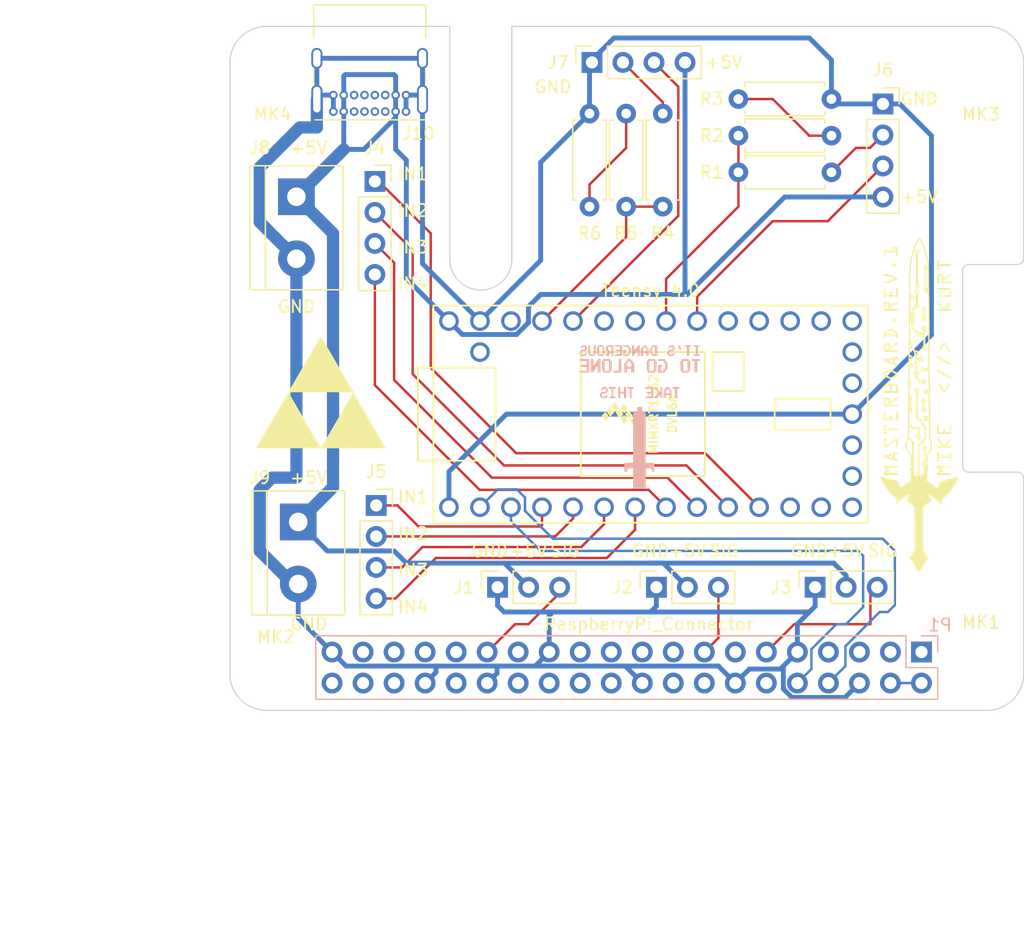
<source format=kicad_pcb>
(kicad_pcb (version 20211014) (generator pcbnew)
  (title_block (date "15 nov 2012"))
  (layers (0 "F.Cu" signal) (31 "B.Cu" signal) (34 "B.Paste" user) (35 "F.Paste" user) (36 "B.SilkS" user "B.Silkscreen") (37 "F.SilkS" user "F.Silkscreen") (38 "B.Mask" user) (39 "F.Mask" user) (44 "Edge.Cuts" user))
  (net 0 "")
  (net 1 "/IN1(MOTOR_LEFT)")
  (net 2 "+5V")
  (net 3 "GND")
  (net 4 "/ID_SD")
  (net 5 "/ID_SC")
  (net 6 "/GPIO5")
  (net 7 "/GPIO6")
  (net 8 "/GPIO26")
  (net 9 "/GPIO2(SDA1)")
  (net 10 "/GPIO3(SCL1)")
  (net 11 "/GPIO4(GCLK)")
  (net 12 "/GPIO17(GEN0)")
  (net 13 "/GPIO27(GEN2)")
  (net 14 "/GPIO22(GEN3)")
  (net 15 "/GPIO23(GEN4)")
  (net 16 "/GPIO24(GEN5)")
  (net 17 "/GPIO25(GEN6)")
  (net 18 "/GPIO18(GEN1)(PWM0)")
  (net 19 "/GPIO7(SPI1_CE_N)")
  (net 20 "/GPIO12(PWM0)")
  (net 21 "/GPIO13(PWM1)")
  (net 22 "/GPIO19(SPI1_MISO)")
  (net 23 "/GPIO16")
  (net 24 "/DO1")
  (net 25 "/DO2")
  (net 26 "/ADCCS")
  (net 27 "/ADCDIN")
  (net 28 "/ADCDOUT")
  (net 29 "/ADCCLK")
  (net 30 "/IN2(MOTOR_LEFT)")
  (net 40 "unconnected-(A1-Pad22)")
  (net 45 "/IN3(MOTOR_LEFT)")
  (net 46 "/IN4(MOTOR_LEFT)")
  (net 47 "Net-(P1-Pad1)")
  (net 48 "Net-(P1-Pad2)")
  (net 49 "/IN1(MOTOR_RIGHT)")
  (net 50 "/IN2(MOTOR_RIGHT)")
  (net 51 "/IN3(MOTOR_RIGHT)")
  (net 52 "/IN4(MOTOR_RIGHT)")
  (net 53 "/PI_to_Teensy")
  (net 54 "/Teensy_to_PI")
  (net 57 "Net-(R1-Pad1)")
  (net 58 "Net-(J7-Pad2)")
  (net 67 "Net-(R2-Pad2)")
  (net 68 "Net-(R5-Pad2)")
  (net 69 "/Ultrasonic_Left_Echo")
  (net 70 "/Ultrasonic_Front_Echo")
  (net 71 "/Ultrasonic_Front_Trig")
  (net 72 "/Ultrasonic_Left_Trig")
  (footprint "MountingHole:MountingHole_2.7mm_M2.5" (layer "F.Cu") (at 94.05 45.55 180)
    (fp_text reference "MK4" (at 0 -3.7) (layer "F.SilkS"))
    (fp_text value "M2.5")
    (pad "" np_thru_hole circle locked (at 0 0 180) (size 2.7 2.7) (drill 2.7) (layers *.Cu *.Mask))
  )
  (footprint "MountingHole:MountingHole_2.7mm_M2.5" (layer "F.Cu") (at 152.05 45.55 180)
    (fp_text reference "MK3" (at 0 -3.7) (layer "F.SilkS"))
    (fp_text value "M2.5")
    (pad "" np_thru_hole circle locked (at 0 0 180) (size 2.7 2.7) (drill 2.7) (layers *.Cu *.Mask))
  )
  (footprint "MountingHole:MountingHole_2.7mm_M2.5" (layer "F.Cu") (at 152.05 94.55)
    (fp_text reference "MK1" (at 0 -3.7) (layer "F.SilkS"))
    (fp_text value "M2.5")
    (pad "" np_thru_hole circle locked (at 0 0) (size 2.7 2.7) (drill 2.7) (layers *.Cu *.Mask))
  )
  (footprint "MountingHole:MountingHole_2.7mm_M2.5" (layer "F.Cu") (at 94.05 94.55)
    (fp_text reference "MK2" (at 0.276879 -2.5121) (layer "F.SilkS"))
    (fp_text value "M2.5")
    (pad "" np_thru_hole circle locked (at 0 0) (size 2.7 2.7) (drill 2.7) (layers *.Cu *.Mask))
  )
  (footprint "Connector_PinSocket_2.54mm:PinSocket_1x03_P2.54mm_Vertical" (layer "F.Cu") (at 112.475 87.975 90)
    (fp_text reference "J1" (at 0 -2.77 180) (layer "F.SilkS"))
    (fp_text value "Servo_BEEG")
    (pad "1" thru_hole rect (at 0 0 90) (size 1.7 1.7) (drill 1) (layers *.Cu *.Mask) (net 3 "GND"))
    (pad "2" thru_hole oval (at 0 2.54 90) (size 1.7 1.7) (drill 1) (layers *.Cu *.Mask) (net 2 "+5V"))
    (pad "3" thru_hole oval (at 0 5.08 90) (size 1.7 1.7) (drill 1) (layers *.Cu *.Mask) (net 6 "/GPIO5"))
  )
  (footprint "Other:Triforce" (layer "F.Cu") (at 98 72)
    (fp_text reference "Triforce" hide)
    (fp_text value "LOGO" hide)
  )
  (footprint "Connector_PinSocket_2.54mm:PinSocket_1x04_P2.54mm_Vertical" (layer "F.Cu") (at 102.535155 81.273009)
    (fp_text reference "J5" (at 0 -2.77) (layer "F.SilkS"))
    (fp_text value "Motor_Driver_Right")
    (pad "1" thru_hole rect (at 0 0) (size 1.7 1.7) (drill 1) (layers *.Cu *.Mask) (net 49 "/IN1(MOTOR_RIGHT)"))
    (pad "2" thru_hole oval (at 0 2.54) (size 1.7 1.7) (drill 1) (layers *.Cu *.Mask) (net 50 "/IN2(MOTOR_RIGHT)"))
    (pad "3" thru_hole oval (at 0 5.08) (size 1.7 1.7) (drill 1) (layers *.Cu *.Mask) (net 51 "/IN3(MOTOR_RIGHT)"))
    (pad "4" thru_hole oval (at 0 7.62) (size 1.7 1.7) (drill 1) (layers *.Cu *.Mask) (net 52 "/IN4(MOTOR_RIGHT)"))
  )
  (footprint "Resistor_THT:R_Axial_DIN0207_L6.3mm_D2.5mm_P7.62mm_Horizontal" (layer "F.Cu") (at 132.19 48)
    (fp_text reference "R3" (at -2.19 0) (layer "F.SilkS"))
    (fp_text value "1k")
    (pad "1" thru_hole circle (at 0 0) (size 1.6 1.6) (drill 0.8) (layers *.Cu *.Mask) (net 67 "Net-(R2-Pad2)"))
    (pad "2" thru_hole oval (at 7.62 0) (size 1.6 1.6) (drill 0.8) (layers *.Cu *.Mask) (net 3 "GND"))
  )
  (footprint "Resistor_THT:R_Axial_DIN0207_L6.3mm_D2.5mm_P7.62mm_Horizontal" (layer "F.Cu") (at 120 56.81 90)
    (fp_text reference "R6" (at -2.19 0 180) (layer "F.SilkS"))
    (fp_text value "1k")
    (pad "1" thru_hole circle (at 0 0 90) (size 1.6 1.6) (drill 0.8) (layers *.Cu *.Mask) (net 68 "Net-(R5-Pad2)"))
    (pad "2" thru_hole oval (at 7.62 0 90) (size 1.6 1.6) (drill 0.8) (layers *.Cu *.Mask) (net 3 "GND"))
  )
  (footprint "Connector_PinSocket_2.54mm:PinSocket_1x04_P2.54mm_Vertical" (layer "F.Cu") (at 120.2 45 90)
    (fp_text reference "J7" (at 0 -2.77 180) (layer "F.SilkS"))
    (fp_text value "Ultrasonic_Left")
    (pad "1" thru_hole rect (at 0 0 90) (size 1.7 1.7) (drill 1) (layers *.Cu *.Mask) (net 3 "GND"))
    (pad "2" thru_hole oval (at 0 2.54 90) (size 1.7 1.7) (drill 1) (layers *.Cu *.Mask) (net 58 "Net-(J7-Pad2)"))
    (pad "3" thru_hole oval (at 0 5.08 90) (size 1.7 1.7) (drill 1) (layers *.Cu *.Mask) (net 72 "/Ultrasonic_Left_Trig"))
    (pad "4" thru_hole oval (at 0 7.62 90) (size 1.7 1.7) (drill 1) (layers *.Cu *.Mask) (net 2 "+5V"))
  )
  (footprint "Connector_PinSocket_2.54mm:PinSocket_1x04_P2.54mm_Vertical" (layer "F.Cu") (at 144.025 48.4)
    (fp_text reference "J6" (at 0 -2.77) (layer "F.SilkS"))
    (fp_text value "Ultrasonic_Front")
    (pad "1" thru_hole rect (at 0 0) (size 1.7 1.7) (drill 1) (layers *.Cu *.Mask) (net 3 "GND"))
    (pad "2" thru_hole oval (at 0 2.54) (size 1.7 1.7) (drill 1) (layers *.Cu *.Mask) (net 57 "Net-(R1-Pad1)"))
    (pad "3" thru_hole oval (at 0 5.08) (size 1.7 1.7) (drill 1) (layers *.Cu *.Mask) (net 71 "/Ultrasonic_Front_Trig"))
    (pad "4" thru_hole oval (at 0 7.62) (size 1.7 1.7) (drill 1) (layers *.Cu *.Mask) (net 2 "+5V"))
  )
  (footprint "Resistor_THT:R_Axial_DIN0207_L6.3mm_D2.5mm_P7.62mm_Horizontal" (layer "F.Cu") (at 132.19 51)
    (fp_text reference "R2" (at -2.19 0) (layer "F.SilkS"))
    (fp_text value "1k")
    (pad "1" thru_hole circle (at 0 0) (size 1.6 1.6) (drill 0.8) (layers *.Cu *.Mask) (net 70 "/Ultrasonic_Front_Echo"))
    (pad "2" thru_hole oval (at 7.62 0) (size 1.6 1.6) (drill 0.8) (layers *.Cu *.Mask) (net 67 "Net-(R2-Pad2)"))
  )
  (footprint "Resistor_THT:R_Axial_DIN0207_L6.3mm_D2.5mm_P7.62mm_Horizontal" (layer "F.Cu") (at 123 56.81 90)
    (fp_text reference "R5" (at -2.19 0 180) (layer "F.SilkS"))
    (fp_text value "1k")
    (pad "1" thru_hole circle (at 0 0 90) (size 1.6 1.6) (drill 0.8) (layers *.Cu *.Mask) (net 69 "/Ultrasonic_Left_Echo"))
    (pad "2" thru_hole oval (at 7.62 0 90) (size 1.6 1.6) (drill 0.8) (layers *.Cu *.Mask) (net 68 "Net-(R5-Pad2)"))
  )
  (footprint "Resistor_THT:R_Axial_DIN0207_L6.3mm_D2.5mm_P7.62mm_Horizontal" (layer "F.Cu") (at 126 49.19 -90)
    (fp_text reference "R4" (at 9.81 0 180) (layer "F.SilkS"))
    (fp_text value "1k")
    (pad "1" thru_hole circle (at 0 0 270) (size 1.6 1.6) (drill 0.8) (layers *.Cu *.Mask) (net 58 "Net-(J7-Pad2)"))
    (pad "2" thru_hole oval (at 7.62 0 270) (size 1.6 1.6) (drill 0.8) (layers *.Cu *.Mask) (net 69 "/Ultrasonic_Left_Echo"))
  )
  (footprint "Connector_USB:USB_C_Receptacle_GCT_USB4085" (layer "F.Cu") (at 104.975 49.025 180)
    (fp_text reference "J10" (at -1.025 -1.8) (layer "F.SilkS"))
    (fp_text value "USB_C_Receptacle_USB2.0")
    (pad "A1" thru_hole circle (at 0 0 180) (size 0.7 0.7) (drill 0.4) (layers *.Cu *.Mask) (net 3 "GND"))
    (pad "A4" thru_hole circle (at 0.85 0 180) (size 0.7 0.7) (drill 0.4) (layers *.Cu *.Mask) (net 2 "+5V"))
    (pad "A5" thru_hole circle (at 1.7 0 180) (size 0.7 0.7) (drill 0.4) (layers *.Cu *.Mask))
    (pad "A6" thru_hole circle (at 2.55 0 180) (size 0.7 0.7) (drill 0.4) (layers *.Cu *.Mask))
    (pad "A7" thru_hole circle (at 3.4 0 180) (size 0.7 0.7) (drill 0.4) (layers *.Cu *.Mask))
    (pad "A8" thru_hole circle (at 4.25 0 180) (size 0.7 0.7) (drill 0.4) (layers *.Cu *.Mask))
    (pad "A9" thru_hole circle (at 5.1 0 180) (size 0.7 0.7) (drill 0.4) (layers *.Cu *.Mask) (net 2 "+5V"))
    (pad "A12" thru_hole circle (at 5.95 0 180) (size 0.7 0.7) (drill 0.4) (layers *.Cu *.Mask) (net 3 "GND"))
    (pad "B1" thru_hole circle (at 5.95 1.35 180) (size 0.7 0.7) (drill 0.4) (layers *.Cu *.Mask) (net 3 "GND"))
    (pad "B4" thru_hole circle (at 5.1 1.35 180) (size 0.7 0.7) (drill 0.4) (layers *.Cu *.Mask) (net 2 "+5V"))
    (pad "B5" thru_hole circle (at 4.25 1.35 180) (size 0.7 0.7) (drill 0.4) (layers *.Cu *.Mask))
    (pad "B6" thru_hole circle (at 3.4 1.35 180) (size 0.7 0.7) (drill 0.4) (layers *.Cu *.Mask))
    (pad "B7" thru_hole circle (at 2.55 1.35 180) (size 0.7 0.7) (drill 0.4) (layers *.Cu *.Mask))
    (pad "B8" thru_hole circle (at 1.7 1.35 180) (size 0.7 0.7) (drill 0.4) (layers *.Cu *.Mask))
    (pad "B9" thru_hole circle (at 0.85 1.35 180) (size 0.7 0.7) (drill 0.4) (layers *.Cu *.Mask) (net 2 "+5V"))
    (pad "B12" thru_hole circle (at 0 1.35 180) (size 0.7 0.7) (drill 0.4) (layers *.Cu *.Mask) (net 3 "GND"))
    (pad "S1" thru_hole oval (at 7.3 0.98 180) (size 0.9 2.4) (drill oval 0.6 2.1) (layers *.Cu *.Mask) (net 3 "GND"))
    (pad "S1" thru_hole oval (at -1.35 0.98 180) (size 0.9 2.4) (drill oval 0.6 2.1) (layers *.Cu *.Mask) (net 3 "GND"))
    (pad "S1" thru_hole oval (at 7.3 4.36 180) (size 0.9 1.7) (drill oval 0.6 1.4) (layers *.Cu *.Mask) (net 3 "GND"))
    (pad "S1" thru_hole oval (at -1.35 4.36 180) (size 0.9 1.7) (drill oval 0.6 1.4) (layers *.Cu *.Mask) (net 3 "GND"))
  )
  (footprint "Connector_PinSocket_2.54mm:PinSocket_1x03_P2.54mm_Vertical" (layer "F.Cu") (at 138.475 87.975 90)
    (fp_text reference "J3" (at 0 -2.77 180) (layer "F.SilkS"))
    (fp_text value "Servo_EXTRA")
    (pad "1" thru_hole rect (at 0 0 90) (size 1.7 1.7) (drill 1) (layers *.Cu *.Mask) (net 3 "GND"))
    (pad "2" thru_hole oval (at 0 2.54 90) (size 1.7 1.7) (drill 1) (layers *.Cu *.Mask) (net 2 "+5V"))
    (pad "3" thru_hole oval (at 0 5.08 90) (size 1.7 1.7) (drill 1) (layers *.Cu *.Mask) (net 12 "/GPIO17(GEN0)"))
  )
  (footprint "Other:Masterboard_Logo" (layer "F.Cu") (at 147 73 90)
    (fp_text reference "Logo" hide)
    (fp_text value "LOGO" hide)
  )
  (footprint "TerminalBlock:TerminalBlock_bornier-2_P5.08mm" (layer "F.Cu") (at 96.150682 82.627673 -90)
    (fp_text reference "J9" (at -3.627673 3.150682 180) (layer "F.SilkS"))
    (fp_text value "Motor_Power_Right")
    (pad "1" thru_hole rect (at 0 0 270) (size 3 3) (drill 1.52) (layers *.Cu *.Mask) (net 2 "+5V"))
    (pad "2" thru_hole circle (at 5.08 0 270) (size 3 3) (drill 1.52) (layers *.Cu *.Mask) (net 3 "GND"))
  )
  (footprint "Connector_PinSocket_2.54mm:PinSocket_1x04_P2.54mm_Vertical" (layer "F.Cu") (at 102.424592 54.743501)
    (fp_text reference "J4" (at 0 -2.743501) (layer "F.SilkS"))
    (fp_text value "Motor_Driver_Left")
    (pad "1" thru_hole rect (at 0 0) (size 1.7 1.7) (drill 1) (layers *.Cu *.Mask) (net 1 "/IN1(MOTOR_LEFT)"))
    (pad "2" thru_hole oval (at 0 2.54) (size 1.7 1.7) (drill 1) (layers *.Cu *.Mask) (net 30 "/IN2(MOTOR_LEFT)"))
    (pad "3" thru_hole oval (at 0 5.08) (size 1.7 1.7) (drill 1) (layers *.Cu *.Mask) (net 45 "/IN3(MOTOR_LEFT)"))
    (pad "4" thru_hole oval (at 0 7.62) (size 1.7 1.7) (drill 1) (layers *.Cu *.Mask) (net 46 "/IN4(MOTOR_LEFT)"))
  )
  (footprint "Connector_PinSocket_2.54mm:PinSocket_1x03_P2.54mm_Vertical" (layer "F.Cu") (at 125.475 87.975 90)
    (fp_text reference "J2" (at 0 -2.77 180) (layer "F.SilkS"))
    (fp_text value "Servo_SHOOT")
    (pad "1" thru_hole rect (at 0 0 90) (size 1.7 1.7) (drill 1) (layers *.Cu *.Mask) (net 3 "GND"))
    (pad "2" thru_hole oval (at 0 2.54 90) (size 1.7 1.7) (drill 1) (layers *.Cu *.Mask) (net 2 "+5V"))
    (pad "3" thru_hole oval (at 0 5.08 90) (size 1.7 1.7) (drill 1) (layers *.Cu *.Mask) (net 14 "/GPIO22(GEN3)"))
  )
  (footprint "TerminalBlock:TerminalBlock_bornier-2_P5.08mm" (layer "F.Cu") (at 96 56 -90)
    (fp_text reference "J8" (at -4 3 180) (layer "F.SilkS"))
    (fp_text value "Motor_Power_Left")
    (pad "1" thru_hole rect (at 0 0 270) (size 3 3) (drill 1.52) (layers *.Cu *.Mask) (net 2 "+5V"))
    (pad "2" thru_hole circle (at 5.08 0 270) (size 3 3) (drill 1.52) (layers *.Cu *.Mask) (net 3 "GND"))
  )
  (footprint "teensy:Teensy40" (layer "F.Cu") (at 125 73.8)
    (fp_text reference "A1" hide)
    (fp_text value "Teensy_4.0" (at 0 -10.115056) (layer "F.SilkS"))
    (fp_text user "MIMXRT1062" (at 0.254 0 90) (layer "F.SilkS") (effects (font (size 0.7 0.7))))
    (fp_text user "DVL6A" (at 1.778 0 90) (layer "F.SilkS") (effects (font (size 0.7 0.7))))
    (pad "1" thru_hole circle (at -16.51 7.62) (size 1.6 1.6) (drill 1.1) (layers *.Cu *.Mask) (net 3 "GND"))
    (pad "2" thru_hole circle (at -13.97 7.62) (size 1.6 1.6) (drill 1.1) (layers *.Cu *.Mask) (net 53 "/PI_to_Teensy"))
    (pad "3" thru_hole circle (at -11.43 7.62) (size 1.6 1.6) (drill 1.1) (layers *.Cu *.Mask) (net 54 "/Teensy_to_PI"))
    (pad "4" thru_hole circle (at -8.89 7.62) (size 1.6 1.6) (drill 1.1) (layers *.Cu *.Mask) (net 49 "/IN1(MOTOR_RIGHT)"))
    (pad "5" thru_hole circle (at -6.35 7.62) (size 1.6 1.6) (drill 1.1) (layers *.Cu *.Mask) (net 50 "/IN2(MOTOR_RIGHT)"))
    (pad "6" thru_hole circle (at -3.81 7.62) (size 1.6 1.6) (drill 1.1) (layers *.Cu *.Mask) (net 51 "/IN3(MOTOR_RIGHT)"))
    (pad "7" thru_hole circle (at -1.27 7.62) (size 1.6 1.6) (drill 1.1) (layers *.Cu *.Mask) (net 52 "/IN4(MOTOR_RIGHT)"))
    (pad "8" thru_hole circle (at 1.27 7.62) (size 1.6 1.6) (drill 1.1) (layers *.Cu *.Mask) (net 46 "/IN4(MOTOR_LEFT)"))
    (pad "9" thru_hole circle (at 3.81 7.62) (size 1.6 1.6) (drill 1.1) (layers *.Cu *.Mask) (net 45 "/IN3(MOTOR_LEFT)"))
    (pad "10" thru_hole circle (at 6.35 7.62) (size 1.6 1.6) (drill 1.1) (layers *.Cu *.Mask) (net 30 "/IN2(MOTOR_LEFT)"))
    (pad "11" thru_hole circle (at 8.89 7.62) (size 1.6 1.6) (drill 1.1) (layers *.Cu *.Mask) (net 1 "/IN1(MOTOR_LEFT)"))
    (pad "12" thru_hole circle (at 11.43 7.62) (size 1.6 1.6) (drill 1.1) (layers *.Cu *.Mask))
    (pad "13" thru_hole circle (at 13.97 7.62) (size 1.6 1.6) (drill 1.1) (layers *.Cu *.Mask))
    (pad "14" thru_hole circle (at 16.51 7.62) (size 1.6 1.6) (drill 1.1) (layers *.Cu *.Mask))
    (pad "15" thru_hole circle (at 16.51 5.08) (size 1.6 1.6) (drill 1.1) (layers *.Cu *.Mask))
    (pad "16" thru_hole circle (at 16.51 2.54) (size 1.6 1.6) (drill 1.1) (layers *.Cu *.Mask))
    (pad "17" thru_hole circle (at 16.51 0) (size 1.6 1.6) (drill 1.1) (layers *.Cu *.Mask) (net 3 "GND"))
    (pad "18" thru_hole circle (at 16.51 -2.54) (size 1.6 1.6) (drill 1.1) (layers *.Cu *.Mask))
    (pad "19" thru_hole circle (at 16.51 -5.08) (size 1.6 1.6) (drill 1.1) (layers *.Cu *.Mask))
    (pad "20" thru_hole circle (at 16.51 -7.62) (size 1.6 1.6) (drill 1.1) (layers *.Cu *.Mask))
    (pad "21" thru_hole circle (at 13.97 -7.62) (size 1.6 1.6) (drill 1.1) (layers *.Cu *.Mask))
    (pad "22" thru_hole circle (at 11.43 -7.62) (size 1.6 1.6) (drill 1.1) (layers *.Cu *.Mask) (net 40 "unconnected-(A1-Pad22)"))
    (pad "23" thru_hole circle (at 8.89 -7.62) (size 1.6 1.6) (drill 1.1) (layers *.Cu *.Mask))
    (pad "24" thru_hole circle (at 6.35 -7.62) (size 1.6 1.6) (drill 1.1) (layers *.Cu *.Mask))
    (pad "25" thru_hole circle (at 3.81 -7.62) (size 1.6 1.6) (drill 1.1) (layers *.Cu *.Mask) (net 71 "/Ultrasonic_Front_Trig"))
    (pad "26" thru_hole circle (at 1.27 -7.62) (size 1.6 1.6) (drill 1.1) (layers *.Cu *.Mask) (net 70 "/Ultrasonic_Front_Echo"))
    (pad "27" thru_hole circle (at -1.27 -7.62) (size 1.6 1.6) (drill 1.1) (layers *.Cu *.Mask))
    (pad "28" thru_hole circle (at -3.81 -7.62) (size 1.6 1.6) (drill 1.1) (layers *.Cu *.Mask))
    (pad "29" thru_hole circle (at -6.35 -7.62) (size 1.6 1.6) (drill 1.1) (layers *.Cu *.Mask) (net 72 "/Ultrasonic_Left_Trig"))
    (pad "30" thru_hole circle (at -8.89 -7.62) (size 1.6 1.6) (drill 1.1) (layers *.Cu *.Mask) (net 69 "/Ultrasonic_Left_Echo"))
    (pad "31" thru_hole circle (at -11.43 -7.62) (size 1.6 1.6) (drill 1.1) (layers *.Cu *.Mask))
    (pad "32" thru_hole circle (at -13.97 -7.62) (size 1.6 1.6) (drill 1.1) (layers *.Cu *.Mask) (net 3 "GND"))
    (pad "33" thru_hole circle (at -16.51 -7.62) (size 1.6 1.6) (drill 1.1) (layers *.Cu *.Mask) (net 2 "+5V"))
    (pad "34" thru_hole circle (at -13.97 -5.08) (size 1.6 1.6) (drill 1.1) (layers *.Cu *.Mask))
  )
  (footprint "Resistor_THT:R_Axial_DIN0207_L6.3mm_D2.5mm_P7.62mm_Horizontal" (layer "F.Cu") (at 139.81 54 180)
    (fp_text reference "R1" (at 9.81 0) (layer "F.SilkS"))
    (fp_text value "1k")
    (pad "1" thru_hole circle (at 0 0 180) (size 1.6 1.6) (drill 0.8) (layers *.Cu *.Mask) (net 57 "Net-(R1-Pad1)"))
    (pad "2" thru_hole oval (at 7.62 0 180) (size 1.6 1.6) (drill 0.8) (layers *.Cu *.Mask) (net 70 "/Ultrasonic_Front_Echo"))
  )
  (footprint "Connector_PinSocket_2.54mm:PinSocket_2x20_P2.54mm_Vertical" (layer "B.Cu") (at 147.18 93.28 90)
    (fp_text reference "P1" (at 2.208 1.512) (layer "B.SilkS") (effects (justify mirror)))
    (fp_text value "RaspberryPi_Connector" (at 2.291544 -31 180) (layer "F.SilkS") (effects (justify left)))
    (pad "1" thru_hole rect locked (at 0 0 90) (size 1.7 1.7) (drill 1) (layers *.Cu *.Mask) (net 47 "Net-(P1-Pad1)"))
    (pad "2" thru_hole oval locked (at -2.54 0 90) (size 1.7 1.7) (drill 1) (layers *.Cu *.Mask) (net 48 "Net-(P1-Pad2)"))
    (pad "3" thru_hole oval locked (at 0 -2.54 90) (size 1.7 1.7) (drill 1) (layers *.Cu *.Mask) (net 9 "/GPIO2(SDA1)"))
    (pad "4" thru_hole oval locked (at -2.54 -2.54 90) (size 1.7 1.7) (drill 1) (layers *.Cu *.Mask) (net 48 "Net-(P1-Pad2)"))
    (pad "5" thru_hole oval locked (at 0 -5.08 90) (size 1.7 1.7) (drill 1) (layers *.Cu *.Mask) (net 10 "/GPIO3(SCL1)"))
    (pad "6" thru_hole oval locked (at -2.54 -5.08 90) (size 1.7 1.7) (drill 1) (layers *.Cu *.Mask) (net 3 "GND"))
    (pad "7" thru_hole oval locked (at 0 -7.62 90) (size 1.7 1.7) (drill 1) (layers *.Cu *.Mask) (net 11 "/GPIO4(GCLK)"))
    (pad "8" thru_hole oval locked (at -2.54 -7.62 90) (size 1.7 1.7) (drill 1) (layers *.Cu *.Mask) (net 53 "/PI_to_Teensy"))
    (pad "9" thru_hole oval locked (at 0 -10.16 90) (size 1.7 1.7) (drill 1) (layers *.Cu *.Mask) (net 3 "GND"))
    (pad "10" thru_hole oval locked (at -2.54 -10.16 90) (size 1.7 1.7) (drill 1) (layers *.Cu *.Mask) (net 54 "/Teensy_to_PI"))
    (pad "11" thru_hole oval locked (at 0 -12.7 90) (size 1.7 1.7) (drill 1) (layers *.Cu *.Mask) (net 12 "/GPIO17(GEN0)"))
    (pad "12" thru_hole oval locked (at -2.54 -12.7 90) (size 1.7 1.7) (drill 1) (layers *.Cu *.Mask) (net 18 "/GPIO18(GEN1)(PWM0)"))
    (pad "13" thru_hole oval locked (at 0 -15.24 90) (size 1.7 1.7) (drill 1) (layers *.Cu *.Mask) (net 13 "/GPIO27(GEN2)"))
    (pad "14" thru_hole oval locked (at -2.54 -15.24 90) (size 1.7 1.7) (drill 1) (layers *.Cu *.Mask) (net 3 "GND"))
    (pad "15" thru_hole oval locked (at 0 -17.78 90) (size 1.7 1.7) (drill 1) (layers *.Cu *.Mask) (net 14 "/GPIO22(GEN3)"))
    (pad "16" thru_hole oval locked (at -2.54 -17.78 90) (size 1.7 1.7) (drill 1) (layers *.Cu *.Mask) (net 15 "/GPIO23(GEN4)"))
    (pad "17" thru_hole oval locked (at 0 -20.32 90) (size 1.7 1.7) (drill 1) (layers *.Cu *.Mask) (net 47 "Net-(P1-Pad1)"))
    (pad "18" thru_hole oval locked (at -2.54 -20.32 90) (size 1.7 1.7) (drill 1) (layers *.Cu *.Mask) (net 16 "/GPIO24(GEN5)"))
    (pad "19" thru_hole oval locked (at 0 -22.86 90) (size 1.7 1.7) (drill 1) (layers *.Cu *.Mask) (net 27 "/ADCDIN"))
    (pad "20" thru_hole oval locked (at -2.54 -22.86 90) (size 1.7 1.7) (drill 1) (layers *.Cu *.Mask) (net 3 "GND"))
    (pad "21" thru_hole oval locked (at 0 -25.4 90) (size 1.7 1.7) (drill 1) (layers *.Cu *.Mask) (net 28 "/ADCDOUT"))
    (pad "22" thru_hole oval locked (at -2.54 -25.4 90) (size 1.7 1.7) (drill 1) (layers *.Cu *.Mask) (net 17 "/GPIO25(GEN6)"))
    (pad "23" thru_hole oval locked (at 0 -27.94 90) (size 1.7 1.7) (drill 1) (layers *.Cu *.Mask) (net 29 "/ADCCLK"))
    (pad "24" thru_hole oval locked (at -2.54 -27.94 90) (size 1.7 1.7) (drill 1) (layers *.Cu *.Mask) (net 26 "/ADCCS"))
    (pad "25" thru_hole oval locked (at 0 -30.48 90) (size 1.7 1.7) (drill 1) (layers *.Cu *.Mask) (net 3 "GND"))
    (pad "26" thru_hole oval locked (at -2.54 -30.48 90) (size 1.7 1.7) (drill 1) (layers *.Cu *.Mask) (net 19 "/GPIO7(SPI1_CE_N)"))
    (pad "27" thru_hole oval locked (at 0 -33.02 90) (size 1.7 1.7) (drill 1) (layers *.Cu *.Mask) (net 4 "/ID_SD"))
    (pad "28" thru_hole oval locked (at -2.54 -33.02 90) (size 1.7 1.7) (drill 1) (layers *.Cu *.Mask) (net 5 "/ID_SC"))
    (pad "29" thru_hole oval locked (at 0 -35.56 90) (size 1.7 1.7) (drill 1) (layers *.Cu *.Mask) (net 6 "/GPIO5"))
    (pad "30" thru_hole oval locked (at -2.54 -35.56 90) (size 1.7 1.7) (drill 1) (layers *.Cu *.Mask) (net 3 "GND"))
    (pad "31" thru_hole oval locked (at 0 -38.1 90) (size 1.7 1.7) (drill 1) (layers *.Cu *.Mask) (net 7 "/GPIO6"))
    (pad "32" thru_hole oval locked (at -2.54 -38.1 90) (size 1.7 1.7) (drill 1) (layers *.Cu *.Mask) (net 20 "/GPIO12(PWM0)"))
    (pad "33" thru_hole oval locked (at 0 -40.64 90) (size 1.7 1.7) (drill 1) (layers *.Cu *.Mask) (net 21 "/GPIO13(PWM1)"))
    (pad "34" thru_hole oval locked (at -2.54 -40.64 90) (size 1.7 1.7) (drill 1) (layers *.Cu *.Mask) (net 3 "GND"))
    (pad "35" thru_hole oval locked (at 0 -43.18 90) (size 1.7 1.7) (drill 1) (layers *.Cu *.Mask) (net 22 "/GPIO19(SPI1_MISO)"))
    (pad "36" thru_hole oval locked (at -2.54 -43.18 90) (size 1.7 1.7) (drill 1) (layers *.Cu *.Mask) (net 23 "/GPIO16"))
    (pad "37" thru_hole oval locked (at 0 -45.72 90) (size 1.7 1.7) (drill 1) (layers *.Cu *.Mask) (net 8 "/GPIO26"))
    (pad "38" thru_hole oval locked (at -2.54 -45.72 90) (size 1.7 1.7) (drill 1) (layers *.Cu *.Mask) (net 24 "/DO1"))
    (pad "39" thru_hole oval locked (at 0 -48.26 90) (size 1.7 1.7) (drill 1) (layers *.Cu *.Mask) (net 3 "GND"))
    (pad "40" thru_hole oval locked (at -2.54 -48.26 90) (size 1.7 1.7) (drill 1) (layers *.Cu *.Mask) (net 25 "/DO2"))
  )
  (footprint "Other:Dangerous" (layer "B.Cu") (at 124 74 180)
    (fp_text reference "image" hide)
    (fp_text value "LOGO" hide)
  )
  (gr_line (start 155.55 61.05) (end 155.55 45.05) (layer "Edge.Cuts") (width 0.1))
  (gr_line (start 90.55 45.05) (end 90.55 95.05) (layer "Edge.Cuts") (width 0.1))
  (gr_line (start 152.55 42.05) (end 113.64 42.05) (layer "Edge.Cuts") (width 0.1))
  (gr_arc (start 150.55 62.05) (mid 150.696447 61.696447) (end 151.05 61.55) (layer "Edge.Cuts") (width 0.1))
  (gr_line (start 151.05 61.55) (end 155.05 61.55) (layer "Edge.Cuts") (width 0.1))
  (gr_arc (start 113.64 61.1) (mid 111.1 63.64) (end 108.56 61.1) (layer "Edge.Cuts") (width 0.1))
  (gr_line (start 113.64 42.05) (end 113.64 61.05) (layer "Edge.Cuts") (width 0.1))
  (gr_line (start 108.56 61.1) (end 108.56 42.05) (layer "Edge.Cuts") (width 0.1))
  (gr_arc (start 93.55 98.05) (mid 91.42868 97.17132) (end 90.55 95.05) (layer "Edge.Cuts") (width 0.1))
  (gr_arc (start 155.05 78.55) (mid 155.403553 78.696447) (end 155.55 79.05) (layer "Edge.Cuts") (width 0.1))
  (gr_arc (start 90.55 45.05) (mid 91.42868 42.92868) (end 93.55 42.05) (layer "Edge.Cuts") (width 0.1))
  (gr_arc (start 155.55 61.05) (mid 155.403862 61.403245) (end 155.050873 61.549999) (layer "Edge.Cuts") (width 0.1))
  (gr_arc (start 152.55 42.05) (mid 154.67132 42.92868) (end 155.55 45.05) (layer "Edge.Cuts") (width 0.1))
  (gr_arc (start 151.05 78.55) (mid 150.696447 78.403553) (end 150.55 78.05) (layer "Edge.Cuts") (width 0.1))
  (gr_arc (start 155.55 95.05) (mid 154.67132 97.17132) (end 152.55 98.05) (layer "Edge.Cuts") (width 0.1))
  (gr_line (start 93.55 98.05) (end 152.55 98.05) (layer "Edge.Cuts") (width 0.1))
  (gr_line (start 108.56 42.05) (end 93.32 42.05) (layer "Edge.Cuts") (width 0.1))
  (gr_line (start 155.05 78.55) (end 151.05 78.55) (layer "Edge.Cuts") (width 0.1))
  (gr_line (start 155.55 95.05) (end 155.55 79.05) (layer "Edge.Cuts") (width 0.1))
  (gr_line (start 150.55 78.05) (end 150.55 62.05) (layer "Edge.Cuts") (width 0.1))
  (gr_text "GND" (at 147 48) (layer "F.SilkS") (effects (font (size 1 1))))
  (gr_text "GND" (at 125 85) (layer "F.SilkS") (effects (font (size 1 1))))
  (gr_text "GND" (at 96 65) (layer "F.SilkS") (effects (font (size 1 1))))
  (gr_text "+5V" (at 128 85) (layer "F.SilkS") (effects (font (size 1 1))))
  (gr_text "+5V" (at 97 52) (layer "F.SilkS") (effects (font (size 1 1))))
  (gr_text "+5V" (at 141 85) (layer "F.SilkS") (effects (font (size 1 1))))
  (gr_text "IN1" (at 105.523265 54.130277) (layer "F.SilkS") (effects (font (size 1 1))))
  (gr_text "GND" (at 117 47) (layer "F.SilkS") (effects (font (size 1 1))))
  (gr_text "IN2" (at 105.55222 83.578102) (layer "F.SilkS") (effects (font (size 1 1))))
  (gr_text "+5V" (at 97 79) (layer "F.SilkS") (effects (font (size 1 1))))
  (gr_text "+5V" (at 131 45) (layer "F.SilkS") (effects (font (size 1 1))))
  (gr_text "SIG" (at 144 85) (layer "F.SilkS") (effects (font (size 1 1))))
  (gr_text "GND" (at 111.81 85) (layer "F.SilkS") (effects (font (size 1 1))))
  (gr_text "IN4" (at 105.523265 63.130277) (layer "F.SilkS") (effects (font (size 1 1))))
  (gr_text "IN2" (at 105.523265 57.130277) (layer "F.SilkS") (effects (font (size 1 1))))
  (gr_text "IN3" (at 105.523265 60.130277) (layer "F.SilkS") (effects (font (size 1 1))))
  (gr_text "IN1" (at 105.55222 80.578102) (layer "F.SilkS") (effects (font (size 1 1))))
  (gr_text "GND" (at 97 91) (layer "F.SilkS") (effects (font (size 1 1))))
  (gr_text "IN4" (at 105.55222 89.578102) (layer "F.SilkS") (effects (font (size 1 1))))
  (gr_text "+5V" (at 147 56) (layer "F.SilkS") (effects (font (size 1 1))))
  (gr_text "IN3" (at 105.55222 86.578102) (layer "F.SilkS") (effects (font (size 1 1))))
  (gr_text "SIG" (at 131 85) (layer "F.SilkS") (effects (font (size 1 1))))
  (gr_text "GND" (at 138 85) (layer "F.SilkS") (effects (font (size 1 1))))
  (gr_text "+5V" (at 115 85) (layer "F.SilkS") (effects (font (size 1 1))))
  (gr_text "SIG" (at 118 85) (layer "F.SilkS") (effects (font (size 1 1))))
  (segment (start 107 59) (end 102.743501 54.743501) (width 0.2) (layer "F.Cu") (net 1))
  (segment (start 133.89 81.42) (end 129.47 77) (width 0.2) (layer "F.Cu") (net 1))
  (segment (start 102.743501 54.743501) (end 102.424592 54.743501) (width 0.2) (layer "F.Cu") (net 1))
  (segment (start 129.47 77) (end 114 77) (width 0.2) (layer "F.Cu") (net 1))
  (segment (start 107 70) (end 107 59) (width 0.2) (layer "F.Cu") (net 1))
  (segment (start 114 77) (end 107 70) (width 0.2) (layer "F.Cu") (net 1))
  (segment (start 99 59) (end 99 79.778355) (width 1) (layer "B.Cu") (net 2))
  (segment (start 140 86) (end 125 86) (width 0.4) (layer "B.Cu") (net 2))
  (segment (start 115 66.304944) (end 115 65) (width 0.4) (layer "B.Cu") (net 2))
  (segment (start 135.98 56.02) (end 144.025 56.02) (width 0.4) (layer "B.Cu") (net 2))
  (segment (start 100 46) (end 104 46) (width 0.4) (layer "B.Cu") (net 2))
  (segment (start 104.125 47.675) (end 104.125 49.025) (width 0.4) (layer "B.Cu") (net 2))
  (segment (start 109.589511 67.279511) (end 114.025433 67.279511) (width 0.4) (layer "B.Cu") (net 2))
  (segment (start 125 86) (end 113 86) (width 0.4) (layer "B.Cu") (net 2))
  (segment (start 105 62.69) (end 108.49 66.18) (width 0.4) (layer "B.Cu") (net 2))
  (segment (start 104.125 49.519974) (end 101.519974 52.125) (width 0.4) (layer "B.Cu") (net 2))
  (segment (start 104.125 52.125) (end 105 53) (width 0.4) (layer "B.Cu") (net 2))
  (segment (start 99.875 47.675) (end 99.875 49.025) (width 0.4) (layer "B.Cu") (net 2))
  (segment (start 127.82 63.82) (end 127.82 45) (width 0.4) (layer "B.Cu") (net 2))
  (segment (start 104.125 46.125) (end 104.125 47.675) (width 0.4) (layer "B.Cu") (net 2))
  (segment (start 99.875 52.125) (end 96 56) (width 1) (layer "B.Cu") (net 2))
  (segment (start 99.875 46.125) (end 100 46) (width 0.4) (layer "B.Cu") (net 2))
  (segment (start 128.015 87.975) (end 126.04 86) (width 0.4) (layer "B.Cu") (net 2))
  (segment (start 104 46) (end 104.125 46.125) (width 0.4) (layer "B.Cu") (net 2))
  (segment (start 115.015 87.975) (end 113.04 86) (width 0.4) (layer "B.Cu") (net 2))
  (segment (start 141.015 87.975) (end 141.015 87.015) (width 0.4) (layer "B.Cu") (net 2))
  (segment (start 105 53) (end 105 62.69) (width 0.4) (layer "B.Cu") (net 2))
  (segment (start 104 85) (end 98.523009 85) (width 0.4) (layer "B.Cu") (net 2))
  (segment (start 96 56) (end 99 59) (width 1) (layer "B.Cu") (net 2))
  (segment (start 114.025433 67.279511) (end 115 66.304944) (width 0.4) (layer "B.Cu") (net 2))
  (segment (start 113.04 86) (end 113 86) (width 0.4) (layer "B.Cu") (net 2))
  (segment (start 113 86) (end 105 86) (width 0.4) (layer "B.Cu") (net 2))
  (segment (start 98.523009 85) (end 96.150682 82.627673) (width 0.4) (layer "B.Cu") (net 2))
  (segment (start 101.519974 52.125) (end 99.875 52.125) (width 0.4) (layer "B.Cu") (net 2))
  (segment (start 141.015 87.015) (end 140 86) (width 0.4) (layer "B.Cu") (net 2))
  (segment (start 99 79.778355) (end 96.150682 82.627673) (width 1) (layer "B.Cu") (net 2))
  (segment (start 104.125 49.025) (end 104.125 52.125) (width 0.4) (layer "B.Cu") (net 2))
  (segment (start 126.04 86) (end 125 86) (width 0.4) (layer "B.Cu") (net 2))
  (segment (start 108.49 66.18) (end 109.589511 67.279511) (width 0.4) (layer "B.Cu") (net 2))
  (segment (start 99.875 47.675) (end 99.875 46.125) (width 0.4) (layer "B.Cu") (net 2))
  (segment (start 99.875 49.025) (end 99.875 52.125) (width 0.4) (layer "B.Cu") (net 2))
  (segment (start 116 64) (end 128 64) (width 0.4) (layer "B.Cu") (net 2))
  (segment (start 128 64) (end 127.82 63.82) (width 0.4) (layer "B.Cu") (net 2))
  (segment (start 105 86) (end 104 85) (width 0.4) (layer "B.Cu") (net 2))
  (segment (start 104.125 49.025) (end 104.125 49.519974) (width 0.4) (layer "B.Cu") (net 2))
  (segment (start 115 65) (end 116 64) (width 0.4) (layer "B.Cu") (net 2))
  (segment (start 128 64) (end 135.98 56.02) (width 0.4) (layer "B.Cu") (net 2))
  (segment (start 139.81 48) (end 139.81 44.81) (width 0.4) (layer "B.Cu") (net 3))
  (segment (start 107.429511 94.429511) (end 112.429511 94.429511) (width 0.4) (layer "B.Cu") (net 3))
  (segment (start 116.7 90.3) (end 117 90) (width 0.4) (layer "B.Cu") (net 3))
  (segment (start 137.02 90.98) (end 138 90) (width 0.4) (layer "B.Cu") (net 3))
  (segment (start 138 90) (end 138.475 89.525) (width 0.4) (layer "B.Cu") (net 3))
  (segment (start 120.2 44.8) (end 120.2 45) (width 0.4) (layer "B.Cu") (net 3))
  (segment (start 115.550489 94.429511) (end 122.570489 94.429511) (width 0.4) (layer "B.Cu") (net 3))
  (segment (start 115.550489 94.429511) (end 116.7 93.28) (width 0.4) (layer "B.Cu") (net 3))
  (segment (start 108.49 81.42) (end 108.49 78.51) (width 0.4) (layer "B.Cu") (net 3))
  (segment (start 99.025 47.675) (end 98.045 47.675) (width 0.4) (layer "B.Cu") (net 3))
  (segment (start 106.325 61.475) (end 111.03 66.18) (width 0.4) (layer "B.Cu") (net 3))
  (segment (start 122.929511 94.429511) (end 122.570489 94.429511) (width 0.4) (layer "B.Cu") (net 3))
  (segment (start 125.475 89.525) (end 125 90) (width 0.4) (layer "B.Cu") (net 3))
  (segment (start 137.02 93.28) (end 135.870489 94.429511) (width 0.4) (layer "B.Cu") (net 3))
  (segment (start 97.675 44.665) (end 106.325 44.665) (width 0.4) (layer "B.Cu") (net 3))
  (segment (start 125 90) (end 138 90) (width 0.4) (layer "B.Cu") (net 3))
  (segment (start 106.54 95.82) (end 107.429511 94.930489) (width 0.4) (layer "B.Cu") (net 3))
  (segment (start 105.955 47.675) (end 106.325 48.045) (width 0.4) (layer "B.Cu") (net 3))
  (segment (start 135.870489 94.429511) (end 135.870489 96.296144) (width 0.4) (layer "B.Cu") (net 3))
  (segment (start 122.570489 94.429511) (end 130.570489 94.429511) (width 0.4) (layer "B.Cu") (net 3))
  (segment (start 111.62 95.82) (end 112.429511 95.010489) (width 0.4) (layer "B.Cu") (net 3))
  (segment (start 112.429511 95.010489) (end 112.429511 94.429511) (width 0.4) (layer "B.Cu") (net 3))
  (segment (start 131.94 95.82) (end 130.570489 94.450489) (width 0.4) (layer "B.Cu") (net 3))
  (segment (start 104.975 47.675) (end 104.975 49.025) (width 0.4) (layer "B.Cu") (net 3))
  (segment (start 96.150682 90.510682) (end 98.92 93.28) (width 0.4) (layer "B.Cu") (net 3))
  (segment (start 137.02 93.28) (end 137.02 90.98) (width 0.4) (layer "B.Cu") (net 3))
  (segment (start 93 53.600978) (end 93 58.08) (width 1) (layer "B.Cu") (net 3))
  (segment (start 108.49 78.51) (end 113.2 73.8) (width 0.4) (layer "B.Cu") (net 3))
  (segment (start 111.03 66.18) (end 116 61.21) (width 0.4) (layer "B.Cu") (net 3))
  (segment (start 97.675 44.665) (end 97.675 48.045) (width 0.4) (layer "B.Cu") (net 3))
  (segment (start 145.4 48.4) (end 148 51) (width 0.4) (layer "B.Cu") (net 3))
  (segment (start 97.675 48.045) (end 97.675 50.325) (width 1) (layer "B.Cu") (net 3))
  (segment (start 97.675 50.325) (end 96.275978 50.325) (width 1) (layer "B.Cu") (net 3))
  (segment (start 112.475 89.475) (end 113 90) (width 0.4) (layer "B.Cu") (net 3))
  (segment (start 148 51) (end 148 67.31) (width 0.4) (layer "B.Cu") (net 3))
  (segment (start 96.150682 87.707673) (end 96.150682 90.510682) (width 0.4) (layer "B.Cu") (net 3))
  (segment (start 104.975 47.675) (end 105.955 47.675) (width 0.4) (layer "B.Cu") (net 3))
  (segment (start 96.275978 50.325) (end 93 53.600978) (width 1) (layer "B.Cu") (net 3))
  (segment (start 96 61.08) (end 96 79) (width 1) (layer "B.Cu") (net 3))
  (segment (start 116.7 93.28) (end 116.7 90.3) (width 0.4) (layer "B.Cu") (net 3))
  (segment (start 125.475 87.975) (end 125.475 89.525) (width 0.4) (layer "B.Cu") (net 3))
  (segment (start 135.870489 96.296144) (end 136.574345 97) (width 0.4) (layer "B.Cu") (net 3))
  (segment (start 93 80) (end 93 85) (width 1) (layer "B.Cu") (net 3))
  (segment (start 106.325 48.045) (end 106.325 61.475) (width 0.4) (layer "B.Cu") (net 3))
  (segment (start 140.92 97) (end 142.1 95.82) (width 0.4) (layer "B.Cu") (net 3))
  (segment (start 116 53.19) (end 120 49.19) (width 0.4) (layer "B.Cu") (net 3))
  (segment (start 117 90) (end 125 90) (width 0.4) (layer "B.Cu") (net 3))
  (segment (start 124.32 95.82) (end 122.929511 94.429511) (width 0.4) (layer "B.Cu") (net 3))
  (segment (start 112.429511 94.429511) (end 115.550489 94.429511) (width 0.4) (layer "B.Cu") (net 3))
  (segment (start 139.81 44.81) (end 138 43) (width 0.4) (layer "B.Cu") (net 3))
  (segment (start 100.069511 94.429511) (end 107.429511 94.429511) (width 0.4) (layer "B.Cu") (net 3))
  (segment (start 106.325 44.665) (end 106.325 48.045) (width 0.4) (layer "B.Cu") (net 3))
  (segment (start 120 45.2) (end 120.2 45) (width 0.4) (layer "B.Cu") (net 3))
  (segment (start 144.025 48.4) (end 140.21 48.4) (width 0.4) (layer "B.Cu") (net 3))
  (segment (start 112.475 87.975) (end 112.475 89.475) (width 0.4) (layer "B.Cu") (net 3))
  (segment (start 120 49.19) (end 120 45.2) (width 0.4) (layer "B.Cu") (net 3))
  (segment (start 98.045 47.675) (end 97.675 48.045) (width 0.4) (layer "B.Cu") (net 3))
  (segment (start 140.21 48.4) (end 139.81 48) (width 0.4) (layer "B.Cu") (net 3))
  (segment (start 93 58.08) (end 96 61.08) (width 1) (layer "B.Cu") (net 3))
  (segment (start 107.429511 94.930489) (end 107.429511 94.429511) (width 0.4) (layer "B.Cu") (net 3))
  (segment (start 99.025 49.025) (end 99.025 47.675) (width 0.4) (layer "B.Cu") (net 3))
  (segment (start 93 85) (end 95.707673 87.707673) (width 1) (layer "B.Cu") (net 3))
  (segment (start 113.2 73.8) (end 141.51 73.8) (width 0.4) (layer "B.Cu") (net 3))
  (segment (start 144.025 48.4) (end 145.4 48.4) (width 0.4) (layer "B.Cu") (net 3))
  (segment (start 130.570489 94.450489) (end 130.570489 94.429511) (width 0.4) (layer "B.Cu") (net 3))
  (segment (start 94 79) (end 93 80) (width 1) (layer "B.Cu") (net 3))
  (segment (start 136.574345 97) (end 140.92 97) (width 0.4) (layer "B.Cu") (net 3))
  (segment (start 138.475 89.525) (end 138.475 87.975) (width 0.4) (layer "B.Cu") (net 3))
  (segment (start 122 43) (end 120.2 44.8) (width 0.4) (layer "B.Cu") (net 3))
  (segment (start 96 79) (end 94 79) (width 1) (layer "B.Cu") (net 3))
  (segment (start 116 61.21) (end 116 53.19) (width 0.4) (layer "B.Cu") (net 3))
  (segment (start 95.707673 87.707673) (end 96.150682 87.707673) (width 0.4) (layer "B.Cu") (net 3))
  (segment (start 133.089511 94.670489) (end 135.629511 94.670489) (width 0.4) (layer "B.Cu") (net 3))
  (segment (start 135.629511 94.670489) (end 135.870489 94.429511) (width 0.4) (layer "B.Cu") (net 3))
  (segment (start 138 43) (end 122 43) (width 0.4) (layer "B.Cu") (net 3))
  (segment (start 113 90) (end 117 90) (width 0.4) (layer "B.Cu") (net 3))
  (segment (start 98.92 93.28) (end 100.069511 94.429511) (width 0.4) (layer "B.Cu") (net 3))
  (segment (start 148 67.31) (end 141.51 73.8) (width 0.4) (layer "B.Cu") (net 3))
  (segment (start 131.94 95.82) (end 133.089511 94.670489) (width 0.4) (layer "B.Cu") (net 3))
  (segment (start 117.555 87.975) (end 117.555 88.445) (width 0.2) (layer "F.Cu") (net 6))
  (segment (start 113.9 91) (end 111.62 93.28) (width 0.2) (layer "F.Cu") (net 6))
  (segment (start 115 91) (end 113.9 91) (width 0.2) (layer "F.Cu") (net 6))
  (segment (start 117.555 88.445) (end 115 91) (width 0.2) (layer "F.Cu") (net 6))
  (segment (start 136.76 91) (end 134.48 93.28) (width 0.2) (layer "F.Cu") (net 12))
  (segment (start 143 88.53) (end 143 91) (width 0.2) (layer "F.Cu") (net 12))
  (segment (start 143.555 87.975) (end 143 88.53) (width 0.2) (layer "F.Cu") (net 12))
  (segment (start 143 91) (end 136.76 91) (width 0.2) (layer "F.Cu") (net 12))
  (segment (start 130.555 87.975) (end 130.555 92.125) (width 0.2) (layer "F.Cu") (net 14))
  (segment (start 130.555 92.125) (end 129.4 93.28) (width 0.2) (layer "F.Cu") (net 14))
  (segment (start 127.93 78) (end 113 78) (width 0.2) (layer "F.Cu") (net 30))
  (segment (start 131.35 81.42) (end 127.93 78) (width 0.2) (layer "F.Cu") (net 30))
  (segment (start 105.5212 60.380109) (end 102.424592 57.283501) (width 0.2) (layer "F.Cu") (net 30))
  (segment (start 113 78) (end 105.5212 70.5212) (width 0.2) (layer "F.Cu") (net 30))
  (segment (start 105.5212 70.5212) (end 105.5212 60.380109) (width 0.2) (layer "F.Cu") (net 30))
  (segment (start 136.25 66) (end 136 66) (width 0.4) (layer "B.Cu") (net 40))
  (segment (start 136.43 66.18) (end 136.25 66) (width 0.4) (layer "B.Cu") (net 40))
  (segment (start 104 71) (end 104 61.398909) (width 0.2) (layer "F.Cu") (net 45))
  (segment (start 112 79) (end 104 71) (width 0.2) (layer "F.Cu") (net 45))
  (segment (start 104 61.398909) (end 102.424592 59.823501) (width 0.2) (layer "F.Cu") (net 45))
  (segment (start 126.39 79) (end 112 79) (width 0.2) (layer "F.Cu") (net 45))
  (segment (start 128.81 81.42) (end 126.39 79) (width 0.2) (layer "F.Cu") (net 45))
  (segment (start 111 80) (end 102.424592 71.424592) (width 0.2) (layer "F.Cu") (net 46))
  (segment (start 124.85 80) (end 111 80) (width 0.2) (layer "F.Cu") (net 46))
  (segment (start 102.424592 71.424592) (end 102.424592 62.363501) (width 0.2) (layer "F.Cu") (net 46))
  (segment (start 126.27 81.42) (end 124.85 80) (width 0.2) (layer "F.Cu") (net 46))
  (segment (start 144.64 95.82) (end 147.18 95.82) (width 0.2) (layer "B.Cu") (net 48))
  (segment (start 102.535155 81.273009) (end 104.273009 81.273009) (width 0.2) (layer "F.Cu") (net 49))
  (segment (start 116.11 82.89) (end 116.11 81.42) (width 0.2) (layer "F.Cu") (net 49))
  (segment (start 106 83) (end 116 83) (width 0.2) (layer "F.Cu") (net 49))
  (segment (start 116 83) (end 116.11 82.89) (width 0.2) (layer "F.Cu") (net 49))
  (segment (start 104.273009 81.273009) (end 106 83) (width 0.2) (layer "F.Cu") (net 49))
  (segment (start 117.186991 83.813009) (end 118.65 82.35) (width 0.2) (layer "F.Cu") (net 50))
  (segment (start 118.65 82.35) (end 118.65 81.42) (width 0.2) (layer "F.Cu") (net 50))
  (segment (start 102.535155 83.813009) (end 117.186991 83.813009) (width 0.2) (layer "F.Cu") (net 50))
  (segment (start 102.535155 86.353009) (end 104.646991 86.353009) (width 0.2) (layer "F.Cu") (net 51))
  (segment (start 104.646991 86.353009) (end 106.316401 84.683599) (width 0.2) (layer "F.Cu") (net 51))
  (segment (start 106.316401 84.683599) (end 119.316401 84.683599) (width 0.2) (layer "F.Cu") (net 51))
  (segment (start 119.316401 84.683599) (end 121.19 82.81) (width 0.2) (layer "F.Cu") (net 51))
  (segment (start 121.19 82.81) (end 121.19 81.42) (width 0.2) (layer "F.Cu") (net 51))
  (segment (start 123.73 83.27) (end 123.73 81.42) (width 0.2) (layer "F.Cu") (net 52))
  (segment (start 121.418778 85.581222) (end 123.73 83.27) (width 0.2) (layer "F.Cu") (net 52))
  (segment (start 104.106991 88.893009) (end 107.418778 85.581222) (width 0.2) (layer "F.Cu") (net 52))
  (segment (start 107.418778 85.581222) (end 121.418778 85.581222) (width 0.2) (layer "F.Cu") (net 52))
  (segment (start 102.535155 88.893009) (end 104.106991 88.893009) (width 0.2) (layer "F.Cu") (net 52))
  (segment (start 144 84) (end 117 84) (width 0.2) (layer "B.Cu") (net 53))
  (segment (start 143.754345 90) (end 144.432556 90) (width 0.2) (layer "B.Cu") (net 53))
  (segment (start 114.716112 80.626411) (end 114.050134 79.960433) (width 0.2) (layer "B.Cu") (net 53))
  (segment (start 140.950489 92.803856) (end 143.754345 90) (width 0.2) (layer "B.Cu") (net 53))
  (segment (start 114.716112 81.716112) (end 114.716112 80.626411) (width 0.2) (layer "B.Cu") (net 53))
  (segment (start 145 89.432556) (end 145 85) (width 0.2) (layer "B.Cu") (net 53))
  (segment (start 139.56 95.82) (end 140.950489 94.429511) (width 0.2) (layer "B.Cu") (net 53))
  (segment (start 114.050134 79.960433) (end 112.489567 79.960433) (width 0.2) (layer "B.Cu") (net 53))
  (segment (start 117 84) (end 114.716112 81.716112) (width 0.2) (layer "B.Cu") (net 53))
  (segment (start 112.489567 79.960433) (end 111.03 81.42) (width 0.2) (layer "B.Cu") (net 53))
  (segment (start 145 85) (end 144 84) (width 0.2) (layer "B.Cu") (net 53))
  (segment (start 140.950489 94.429511) (end 140.950489 92.803856) (width 0.2) (layer "B.Cu") (net 53))
  (segment (start 144.432556 90) (end 145 89.432556) (width 0.2) (layer "B.Cu") (net 53))
  (segment (start 138.169511 93.044834) (end 140.214345 91) (width 0.2) (layer "B.Cu") (net 54))
  (segment (start 137.02 95.82) (end 138.169511 94.670489) (width 0.2) (layer "B.Cu") (net 54))
  (segment (start 142.405489 85.405489) (end 142 85) (width 0.2) (layer "B.Cu") (net 54))
  (segment (start 141 91) (end 142.405489 89.594511) (width 0.2) (layer "B.Cu") (net 54))
  (segment (start 138.169511 94.670489) (end 138.169511 93.044834) (width 0.2) (layer "B.Cu") (net 54))
  (segment (start 142 85) (end 116 85) (width 0.2) (layer "B.Cu") (net 54))
  (segment (start 142.405489 89.594511) (end 142.405489 85.405489) (width 0.2) (layer "B.Cu") (net 54))
  (segment (start 116 85) (end 113.57 82.57) (width 0.2) (layer "B.Cu") (net 54))
  (segment (start 140.214345 91) (end 141 91) (width 0.2) (layer "B.Cu") (net 54))
  (segment (start 113.57 82.57) (end 113.57 81.42) (width 0.2) (layer "B.Cu") (net 54))
  (segment (start 142.965 52) (end 144.025 50.94) (width 0.2) (layer "F.Cu") (net 57))
  (segment (start 141.81 52) (end 142.965 52) (width 0.2) (layer "F.Cu") (net 57))
  (segment (start 139.81 54) (end 141.81 52) (width 0.2) (layer "F.Cu") (net 57))
  (segment (start 122.74 45) (end 126 48.26) (width 0.2) (layer "F.Cu") (net 58))
  (segment (start 126 48.26) (end 126 49.19) (width 0.2) (layer "F.Cu") (net 58))
  (segment (start 139.81 51) (end 138 51) (width 0.2) (layer "F.Cu") (net 67))
  (segment (start 135 48) (end 132.19 48) (width 0.2) (layer "F.Cu") (net 67))
  (segment (start 138 51) (end 135 48) (width 0.2) (layer "F.Cu") (net 67))
  (segment (start 123 52) (end 120 55) (width 0.2) (layer "F.Cu") (net 68))
  (segment (start 123 49.19) (end 123 52) (width 0.2) (layer "F.Cu") (net 68))
  (segment (start 120 55) (end 120 56.81) (width 0.2) (layer "F.Cu") (net 68))
  (segment (start 123 59.29) (end 116.11 66.18) (width 0.2) (layer "F.Cu") (net 69))
  (segment (start 126 56.81) (end 123 56.81) (width 0.2) (layer "F.Cu") (net 69))
  (segment (start 123 56.81) (end 123 59.29) (width 0.2) (layer "F.Cu") (net 69))
  (segment (start 132.19 54) (end 132.19 56.81) (width 0.2) (layer "F.Cu") (net 70))
  (segment (start 126.27 62.73) (end 126.27 66.18) (width 0.2) (layer "F.Cu") (net 70))
  (segment (start 132.19 56.81) (end 126.27 62.73) (width 0.2) (layer "F.Cu") (net 70))
  (segment (start 132.19 51) (end 132.19 54) (width 0.2) (layer "F.Cu") (net 70))
  (segment (start 128.81 64.19) (end 128.81 66.18) (width 0.2) (layer "F.Cu") (net 71))
  (segment (start 144.025 53.48) (end 139.505 58) (width 0.2) (layer "F.Cu") (net 71))
  (segment (start 139.505 58) (end 135 58) (width 0.2) (layer "F.Cu") (net 71))
  (segment (start 135 58) (end 128.81 64.19) (width 0.2) (layer "F.Cu") (net 71))
  (segment (start 125.28 45) (end 127.269521 46.989521) (width 0.2) (layer "F.Cu") (net 72))
  (segment (start 127.269521 57.560479) (end 118.65 66.18) (width 0.2) (layer "F.Cu") (net 72))
  (segment (start 127.269521 46.989521) (end 127.269521 57.560479) (width 0.2) (layer "F.Cu") (net 72))
)
</source>
